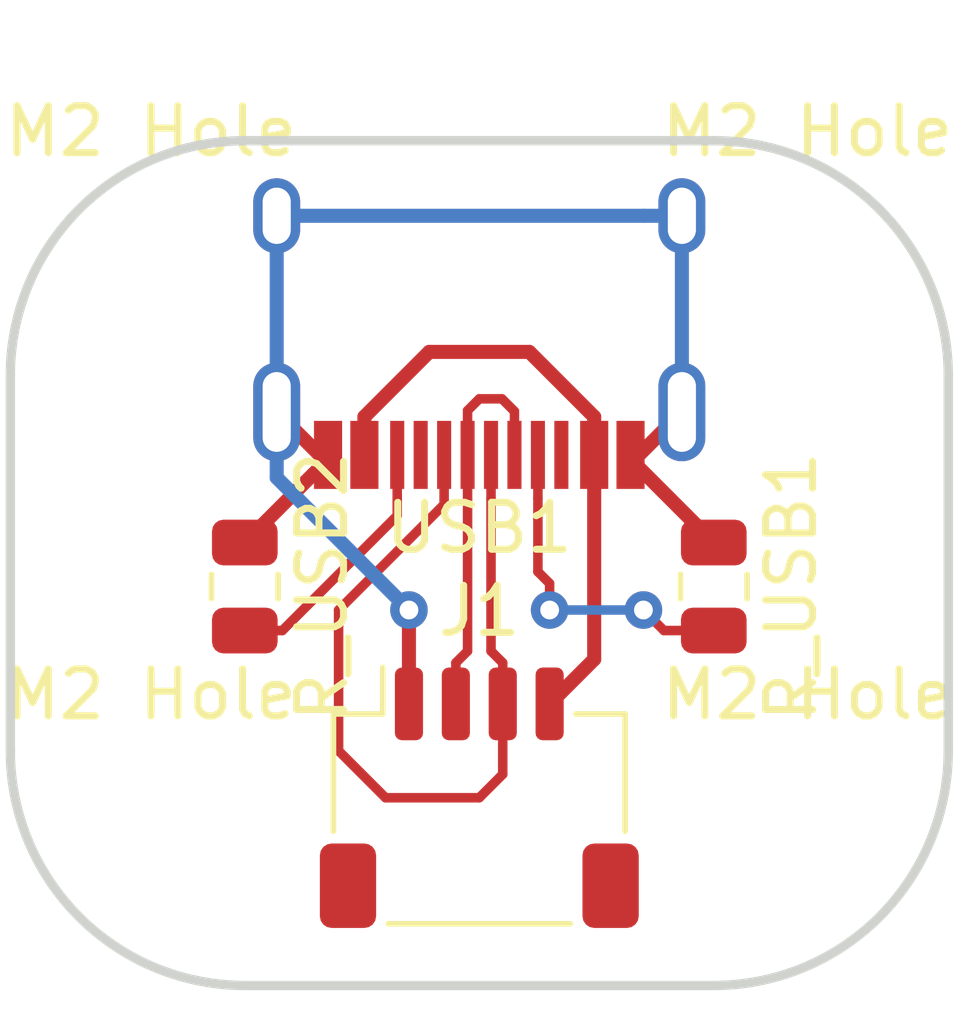
<source format=kicad_pcb>
(kicad_pcb (version 20171130) (host pcbnew "(5.0.2)-1")

  (general
    (thickness 1.6)
    (drawings 8)
    (tracks 56)
    (zones 0)
    (modules 8)
    (nets 9)
  )

  (page A4)
  (layers
    (0 F.Cu signal)
    (31 B.Cu signal)
    (32 B.Adhes user)
    (33 F.Adhes user)
    (34 B.Paste user)
    (35 F.Paste user)
    (36 B.SilkS user)
    (37 F.SilkS user)
    (38 B.Mask user)
    (39 F.Mask user)
    (40 Dwgs.User user)
    (41 Cmts.User user)
    (42 Eco1.User user)
    (43 Eco2.User user)
    (44 Edge.Cuts user)
    (45 Margin user)
    (46 B.CrtYd user)
    (47 F.CrtYd user)
    (48 B.Fab user)
    (49 F.Fab user)
  )

  (setup
    (last_trace_width 0.25)
    (trace_clearance 0.2)
    (zone_clearance 0.508)
    (zone_45_only no)
    (trace_min 0.2)
    (segment_width 0.2)
    (edge_width 0.15)
    (via_size 0.8)
    (via_drill 0.4)
    (via_min_size 0.4)
    (via_min_drill 0.3)
    (uvia_size 0.3)
    (uvia_drill 0.1)
    (uvias_allowed no)
    (uvia_min_size 0.2)
    (uvia_min_drill 0.1)
    (pcb_text_width 0.3)
    (pcb_text_size 1.5 1.5)
    (mod_edge_width 0.15)
    (mod_text_size 1 1)
    (mod_text_width 0.15)
    (pad_size 1.524 1.524)
    (pad_drill 0.762)
    (pad_to_mask_clearance 0.051)
    (solder_mask_min_width 0.25)
    (aux_axis_origin 0 0)
    (visible_elements FFFFFF7F)
    (pcbplotparams
      (layerselection 0x010fc_ffffffff)
      (usegerberextensions true)
      (usegerberattributes false)
      (usegerberadvancedattributes false)
      (creategerberjobfile false)
      (excludeedgelayer true)
      (linewidth 0.100000)
      (plotframeref false)
      (viasonmask false)
      (mode 1)
      (useauxorigin false)
      (hpglpennumber 1)
      (hpglpenspeed 20)
      (hpglpendiameter 15.000000)
      (psnegative false)
      (psa4output false)
      (plotreference true)
      (plotvalue true)
      (plotinvisibletext false)
      (padsonsilk false)
      (subtractmaskfromsilk false)
      (outputformat 1)
      (mirror false)
      (drillshape 0)
      (scaleselection 1)
      (outputdirectory "gerbers/"))
  )

  (net 0 "")
  (net 1 GND)
  (net 2 "Net-(J1-Pad2)")
  (net 3 "Net-(J1-Pad3)")
  (net 4 VCC)
  (net 5 "Net-(R_USB1-Pad2)")
  (net 6 "Net-(R_USB2-Pad2)")
  (net 7 "Net-(USB1-Pad9)")
  (net 8 "Net-(USB1-Pad3)")

  (net_class Default "This is the default net class."
    (clearance 0.2)
    (trace_width 0.25)
    (via_dia 0.8)
    (via_drill 0.4)
    (uvia_dia 0.3)
    (uvia_drill 0.1)
  )

  (net_class "elecrow min rec" ""
    (clearance 0.2032)
    (trace_width 0.2032)
    (via_dia 0.8)
    (via_drill 0.4)
    (uvia_dia 0.3)
    (uvia_drill 0.1)
    (diff_pair_gap 0.254)
    (diff_pair_width 0.2032)
    (add_net "Net-(J1-Pad2)")
    (add_net "Net-(J1-Pad3)")
    (add_net "Net-(R_USB1-Pad2)")
    (add_net "Net-(R_USB2-Pad2)")
    (add_net "Net-(USB1-Pad3)")
    (add_net "Net-(USB1-Pad9)")
  )

  (net_class power ""
    (clearance 0.25)
    (trace_width 0.3)
    (via_dia 0.8)
    (via_drill 0.4)
    (uvia_dia 0.3)
    (uvia_drill 0.1)
    (diff_pair_gap 0.4)
    (diff_pair_width 0.3)
    (add_net GND)
    (add_net VCC)
  )

  (module MountingHole:MountingHole_2.2mm_M2 (layer F.Cu) (tedit 5C9F38A8) (tstamp 5CB5A4D9)
    (at 3 15)
    (descr "Mounting Hole 2.2mm, no annular, M2")
    (tags "mounting hole 2.2mm no annular m2")
    (attr virtual)
    (fp_text reference "M2 Hole" (at 0 -3.2) (layer F.SilkS)
      (effects (font (size 1 1) (thickness 0.15)))
    )
    (fp_text value MountingHole_2.2mm_M2 (at 0 3.2) (layer F.Fab) hide
      (effects (font (size 1 1) (thickness 0.15)))
    )
    (fp_text user %R (at 0.3 0) (layer F.Fab)
      (effects (font (size 1 1) (thickness 0.15)))
    )
    (fp_circle (center 0 0) (end 2.2 0) (layer Cmts.User) (width 0.15))
    (fp_circle (center 0 0) (end 2.45 0) (layer F.CrtYd) (width 0.05))
    (pad 1 np_thru_hole circle (at 0 0) (size 2.2 2.2) (drill 2.2) (layers *.Cu *.Mask))
  )

  (module MountingHole:MountingHole_2.2mm_M2 (layer F.Cu) (tedit 5C9F38A8) (tstamp 5CB5A4CB)
    (at 17 15)
    (descr "Mounting Hole 2.2mm, no annular, M2")
    (tags "mounting hole 2.2mm no annular m2")
    (attr virtual)
    (fp_text reference "M2 Hole" (at 0 -3.2) (layer F.SilkS)
      (effects (font (size 1 1) (thickness 0.15)))
    )
    (fp_text value MountingHole_2.2mm_M2 (at 0 3.2) (layer F.Fab) hide
      (effects (font (size 1 1) (thickness 0.15)))
    )
    (fp_circle (center 0 0) (end 2.45 0) (layer F.CrtYd) (width 0.05))
    (fp_circle (center 0 0) (end 2.2 0) (layer Cmts.User) (width 0.15))
    (fp_text user %R (at 0.3 0) (layer F.Fab)
      (effects (font (size 1 1) (thickness 0.15)))
    )
    (pad 1 np_thru_hole circle (at 0 0) (size 2.2 2.2) (drill 2.2) (layers *.Cu *.Mask))
  )

  (module MountingHole:MountingHole_2.2mm_M2 (layer F.Cu) (tedit 5C9F38A8) (tstamp 5CB5A4BD)
    (at 17 3)
    (descr "Mounting Hole 2.2mm, no annular, M2")
    (tags "mounting hole 2.2mm no annular m2")
    (attr virtual)
    (fp_text reference "M2 Hole" (at 0 -3.2) (layer F.SilkS)
      (effects (font (size 1 1) (thickness 0.15)))
    )
    (fp_text value MountingHole_2.2mm_M2 (at 0 3.2) (layer F.Fab) hide
      (effects (font (size 1 1) (thickness 0.15)))
    )
    (fp_text user %R (at 0.3 0) (layer F.Fab)
      (effects (font (size 1 1) (thickness 0.15)))
    )
    (fp_circle (center 0 0) (end 2.2 0) (layer Cmts.User) (width 0.15))
    (fp_circle (center 0 0) (end 2.45 0) (layer F.CrtYd) (width 0.05))
    (pad 1 np_thru_hole circle (at 0 0) (size 2.2 2.2) (drill 2.2) (layers *.Cu *.Mask))
  )

  (module Connector_JST:JST_SH_SM04B-SRSS-TB_1x04-1MP_P1.00mm_Horizontal (layer F.Cu) (tedit 5B78AD87) (tstamp 5CB597FC)
    (at 10 14)
    (descr "JST SH series connector, SM04B-SRSS-TB (http://www.jst-mfg.com/product/pdf/eng/eSH.pdf), generated with kicad-footprint-generator")
    (tags "connector JST SH top entry")
    (path /5C9F357E)
    (attr smd)
    (fp_text reference J1 (at 0 -3.98) (layer F.SilkS)
      (effects (font (size 1 1) (thickness 0.15)))
    )
    (fp_text value Conn_01x04 (at 0 3.98) (layer F.Fab)
      (effects (font (size 1 1) (thickness 0.15)))
    )
    (fp_line (start -3 -1.675) (end 3 -1.675) (layer F.Fab) (width 0.1))
    (fp_line (start -3.11 0.715) (end -3.11 -1.785) (layer F.SilkS) (width 0.12))
    (fp_line (start -3.11 -1.785) (end -2.06 -1.785) (layer F.SilkS) (width 0.12))
    (fp_line (start -2.06 -1.785) (end -2.06 -2.775) (layer F.SilkS) (width 0.12))
    (fp_line (start 3.11 0.715) (end 3.11 -1.785) (layer F.SilkS) (width 0.12))
    (fp_line (start 3.11 -1.785) (end 2.06 -1.785) (layer F.SilkS) (width 0.12))
    (fp_line (start -1.94 2.685) (end 1.94 2.685) (layer F.SilkS) (width 0.12))
    (fp_line (start -3 2.575) (end 3 2.575) (layer F.Fab) (width 0.1))
    (fp_line (start -3 -1.675) (end -3 2.575) (layer F.Fab) (width 0.1))
    (fp_line (start 3 -1.675) (end 3 2.575) (layer F.Fab) (width 0.1))
    (fp_line (start -3.9 -3.28) (end -3.9 3.28) (layer F.CrtYd) (width 0.05))
    (fp_line (start -3.9 3.28) (end 3.9 3.28) (layer F.CrtYd) (width 0.05))
    (fp_line (start 3.9 3.28) (end 3.9 -3.28) (layer F.CrtYd) (width 0.05))
    (fp_line (start 3.9 -3.28) (end -3.9 -3.28) (layer F.CrtYd) (width 0.05))
    (fp_line (start -2 -1.675) (end -1.5 -0.967893) (layer F.Fab) (width 0.1))
    (fp_line (start -1.5 -0.967893) (end -1 -1.675) (layer F.Fab) (width 0.1))
    (fp_text user %R (at 0 0) (layer F.Fab)
      (effects (font (size 1 1) (thickness 0.15)))
    )
    (pad 1 smd roundrect (at -1.5 -2) (size 0.6 1.55) (layers F.Cu F.Paste F.Mask) (roundrect_rratio 0.25)
      (net 1 GND))
    (pad 2 smd roundrect (at -0.5 -2) (size 0.6 1.55) (layers F.Cu F.Paste F.Mask) (roundrect_rratio 0.25)
      (net 2 "Net-(J1-Pad2)"))
    (pad 3 smd roundrect (at 0.5 -2) (size 0.6 1.55) (layers F.Cu F.Paste F.Mask) (roundrect_rratio 0.25)
      (net 3 "Net-(J1-Pad3)"))
    (pad 4 smd roundrect (at 1.5 -2) (size 0.6 1.55) (layers F.Cu F.Paste F.Mask) (roundrect_rratio 0.25)
      (net 4 VCC))
    (pad MP smd roundrect (at -2.8 1.875) (size 1.2 1.8) (layers F.Cu F.Paste F.Mask) (roundrect_rratio 0.208333))
    (pad MP smd roundrect (at 2.8 1.875) (size 1.2 1.8) (layers F.Cu F.Paste F.Mask) (roundrect_rratio 0.208333))
    (model ${KISYS3DMOD}/Connector_JST.3dshapes/JST_SH_SM04B-SRSS-TB_1x04-1MP_P1.00mm_Horizontal.wrl
      (at (xyz 0 0 0))
      (scale (xyz 1 1 1))
      (rotate (xyz 0 0 0))
    )
  )

  (module Resistor_SMD:R_0805_2012Metric (layer F.Cu) (tedit 5B36C52B) (tstamp 5CB5980D)
    (at 15 9.5 270)
    (descr "Resistor SMD 0805 (2012 Metric), square (rectangular) end terminal, IPC_7351 nominal, (Body size source: https://docs.google.com/spreadsheets/d/1BsfQQcO9C6DZCsRaXUlFlo91Tg2WpOkGARC1WS5S8t0/edit?usp=sharing), generated with kicad-footprint-generator")
    (tags resistor)
    (path /5C9F39A7)
    (attr smd)
    (fp_text reference R_USB1 (at 0 -1.65 270) (layer F.SilkS)
      (effects (font (size 1 1) (thickness 0.15)))
    )
    (fp_text value 5.1K (at 0 1.65 270) (layer F.Fab)
      (effects (font (size 1 1) (thickness 0.15)))
    )
    (fp_text user %R (at 0 0 270) (layer F.Fab)
      (effects (font (size 0.5 0.5) (thickness 0.08)))
    )
    (fp_line (start 1.68 0.95) (end -1.68 0.95) (layer F.CrtYd) (width 0.05))
    (fp_line (start 1.68 -0.95) (end 1.68 0.95) (layer F.CrtYd) (width 0.05))
    (fp_line (start -1.68 -0.95) (end 1.68 -0.95) (layer F.CrtYd) (width 0.05))
    (fp_line (start -1.68 0.95) (end -1.68 -0.95) (layer F.CrtYd) (width 0.05))
    (fp_line (start -0.258578 0.71) (end 0.258578 0.71) (layer F.SilkS) (width 0.12))
    (fp_line (start -0.258578 -0.71) (end 0.258578 -0.71) (layer F.SilkS) (width 0.12))
    (fp_line (start 1 0.6) (end -1 0.6) (layer F.Fab) (width 0.1))
    (fp_line (start 1 -0.6) (end 1 0.6) (layer F.Fab) (width 0.1))
    (fp_line (start -1 -0.6) (end 1 -0.6) (layer F.Fab) (width 0.1))
    (fp_line (start -1 0.6) (end -1 -0.6) (layer F.Fab) (width 0.1))
    (pad 2 smd roundrect (at 0.9375 0 270) (size 0.975 1.4) (layers F.Cu F.Paste F.Mask) (roundrect_rratio 0.25)
      (net 5 "Net-(R_USB1-Pad2)"))
    (pad 1 smd roundrect (at -0.9375 0 270) (size 0.975 1.4) (layers F.Cu F.Paste F.Mask) (roundrect_rratio 0.25)
      (net 1 GND))
    (model ${KISYS3DMOD}/Resistor_SMD.3dshapes/R_0805_2012Metric.wrl
      (at (xyz 0 0 0))
      (scale (xyz 1 1 1))
      (rotate (xyz 0 0 0))
    )
  )

  (module Resistor_SMD:R_0805_2012Metric (layer F.Cu) (tedit 5B36C52B) (tstamp 5CB5981E)
    (at 5 9.5 270)
    (descr "Resistor SMD 0805 (2012 Metric), square (rectangular) end terminal, IPC_7351 nominal, (Body size source: https://docs.google.com/spreadsheets/d/1BsfQQcO9C6DZCsRaXUlFlo91Tg2WpOkGARC1WS5S8t0/edit?usp=sharing), generated with kicad-footprint-generator")
    (tags resistor)
    (path /5C9F3F4F)
    (attr smd)
    (fp_text reference R_USB2 (at 0 -1.65 270) (layer F.SilkS)
      (effects (font (size 1 1) (thickness 0.15)))
    )
    (fp_text value 5.1K (at 0 1.65 270) (layer F.Fab)
      (effects (font (size 1 1) (thickness 0.15)))
    )
    (fp_line (start -1 0.6) (end -1 -0.6) (layer F.Fab) (width 0.1))
    (fp_line (start -1 -0.6) (end 1 -0.6) (layer F.Fab) (width 0.1))
    (fp_line (start 1 -0.6) (end 1 0.6) (layer F.Fab) (width 0.1))
    (fp_line (start 1 0.6) (end -1 0.6) (layer F.Fab) (width 0.1))
    (fp_line (start -0.258578 -0.71) (end 0.258578 -0.71) (layer F.SilkS) (width 0.12))
    (fp_line (start -0.258578 0.71) (end 0.258578 0.71) (layer F.SilkS) (width 0.12))
    (fp_line (start -1.68 0.95) (end -1.68 -0.95) (layer F.CrtYd) (width 0.05))
    (fp_line (start -1.68 -0.95) (end 1.68 -0.95) (layer F.CrtYd) (width 0.05))
    (fp_line (start 1.68 -0.95) (end 1.68 0.95) (layer F.CrtYd) (width 0.05))
    (fp_line (start 1.68 0.95) (end -1.68 0.95) (layer F.CrtYd) (width 0.05))
    (fp_text user %R (at 0 0 270) (layer F.Fab)
      (effects (font (size 0.5 0.5) (thickness 0.08)))
    )
    (pad 1 smd roundrect (at -0.9375 0 270) (size 0.975 1.4) (layers F.Cu F.Paste F.Mask) (roundrect_rratio 0.25)
      (net 1 GND))
    (pad 2 smd roundrect (at 0.9375 0 270) (size 0.975 1.4) (layers F.Cu F.Paste F.Mask) (roundrect_rratio 0.25)
      (net 6 "Net-(R_USB2-Pad2)"))
    (model ${KISYS3DMOD}/Resistor_SMD.3dshapes/R_0805_2012Metric.wrl
      (at (xyz 0 0 0))
      (scale (xyz 1 1 1))
      (rotate (xyz 0 0 0))
    )
  )

  (module Type-C:HRO-TYPE-C-31-M-12-Assembly (layer F.Cu) (tedit 5B968BF6) (tstamp 5CB59840)
    (at 10 -1 180)
    (path /5C9F34B7)
    (fp_text reference USB1 (at 0 -9.25 180) (layer F.SilkS)
      (effects (font (size 1 1) (thickness 0.15)))
    )
    (fp_text value HRO-TYPE-C-31-M-12 (at 0 1.15 180) (layer Dwgs.User)
      (effects (font (size 1 1) (thickness 0.15)))
    )
    (fp_line (start -4.47 -7.3) (end 4.47 -7.3) (layer Dwgs.User) (width 0.15))
    (fp_line (start 4.47 0) (end 4.47 -7.3) (layer Dwgs.User) (width 0.15))
    (fp_line (start -4.47 0) (end -4.47 -7.3) (layer Dwgs.User) (width 0.15))
    (fp_line (start -4.47 0) (end 4.47 0) (layer Dwgs.User) (width 0.15))
    (fp_text user %R (at 0 -9.25 180) (layer F.Fab)
      (effects (font (size 1 1) (thickness 0.15)))
    )
    (fp_line (start -4.5 -7.5) (end 4.5 -7.5) (layer F.CrtYd) (width 0.15))
    (fp_line (start 4.5 -7.5) (end 4.5 0) (layer F.CrtYd) (width 0.15))
    (fp_line (start 4.5 0) (end -4.5 0) (layer F.CrtYd) (width 0.15))
    (fp_line (start -4.5 0) (end -4.5 -7.5) (layer F.CrtYd) (width 0.15))
    (fp_line (start -3.75 -7.5) (end -3.75 -8.5) (layer F.CrtYd) (width 0.15))
    (fp_line (start -3.75 -8.5) (end 3.75 -8.5) (layer F.CrtYd) (width 0.15))
    (fp_line (start 3.75 -8.5) (end 3.75 -7.5) (layer F.CrtYd) (width 0.15))
    (pad 13 thru_hole oval (at 4.32 -2.6 180) (size 1 1.6) (drill oval 0.6 1.2) (layers *.Cu *.Mask)
      (net 1 GND))
    (pad 13 thru_hole oval (at -4.32 -2.6 180) (size 1 1.6) (drill oval 0.6 1.2) (layers *.Cu *.Mask)
      (net 1 GND))
    (pad 13 thru_hole oval (at 4.32 -6.78 180) (size 1 2.1) (drill oval 0.6 1.7) (layers *.Cu *.Mask)
      (net 1 GND))
    (pad 13 thru_hole oval (at -4.32 -6.78 180) (size 1 2.1) (drill oval 0.6 1.7) (layers *.Cu *.Mask)
      (net 1 GND))
    (pad "" np_thru_hole circle (at -2.89 -6.25 180) (size 0.65 0.65) (drill 0.65) (layers *.Cu *.Mask))
    (pad "" np_thru_hole circle (at 2.89 -6.25 180) (size 0.65 0.65) (drill 0.65) (layers *.Cu *.Mask))
    (pad 6 smd rect (at -0.25 -7.695 180) (size 0.3 1.45) (layers F.Cu F.Paste F.Mask)
      (net 3 "Net-(J1-Pad3)"))
    (pad 7 smd rect (at 0.25 -7.695 180) (size 0.3 1.45) (layers F.Cu F.Paste F.Mask)
      (net 2 "Net-(J1-Pad2)"))
    (pad 8 smd rect (at 0.75 -7.695 180) (size 0.3 1.45) (layers F.Cu F.Paste F.Mask)
      (net 3 "Net-(J1-Pad3)"))
    (pad 5 smd rect (at -0.75 -7.695 180) (size 0.3 1.45) (layers F.Cu F.Paste F.Mask)
      (net 2 "Net-(J1-Pad2)"))
    (pad 9 smd rect (at 1.25 -7.695 180) (size 0.3 1.45) (layers F.Cu F.Paste F.Mask)
      (net 7 "Net-(USB1-Pad9)"))
    (pad 4 smd rect (at -1.25 -7.695 180) (size 0.3 1.45) (layers F.Cu F.Paste F.Mask)
      (net 5 "Net-(R_USB1-Pad2)"))
    (pad 10 smd rect (at 1.75 -7.695 180) (size 0.3 1.45) (layers F.Cu F.Paste F.Mask)
      (net 6 "Net-(R_USB2-Pad2)"))
    (pad 3 smd rect (at -1.75 -7.695 180) (size 0.3 1.45) (layers F.Cu F.Paste F.Mask)
      (net 8 "Net-(USB1-Pad3)"))
    (pad 2 smd rect (at -2.45 -7.695 180) (size 0.6 1.45) (layers F.Cu F.Paste F.Mask)
      (net 4 VCC))
    (pad 11 smd rect (at 2.45 -7.695 180) (size 0.6 1.45) (layers F.Cu F.Paste F.Mask)
      (net 4 VCC))
    (pad 1 smd rect (at -3.225 -7.695 180) (size 0.6 1.45) (layers F.Cu F.Paste F.Mask)
      (net 1 GND))
    (pad 12 smd rect (at 3.225 -7.695 180) (size 0.6 1.45) (layers F.Cu F.Paste F.Mask)
      (net 1 GND))
  )

  (module MountingHole:MountingHole_2.2mm_M2 (layer F.Cu) (tedit 5C9F38A8) (tstamp 5CB5A4A7)
    (at 3 3)
    (descr "Mounting Hole 2.2mm, no annular, M2")
    (tags "mounting hole 2.2mm no annular m2")
    (attr virtual)
    (fp_text reference "M2 Hole" (at 0 -3.2) (layer F.SilkS)
      (effects (font (size 1 1) (thickness 0.15)))
    )
    (fp_text value MountingHole_2.2mm_M2 (at 0 3.2) (layer F.Fab) hide
      (effects (font (size 1 1) (thickness 0.15)))
    )
    (fp_circle (center 0 0) (end 2.45 0) (layer F.CrtYd) (width 0.05))
    (fp_circle (center 0 0) (end 2.2 0) (layer Cmts.User) (width 0.15))
    (fp_text user %R (at 0.3 0) (layer F.Fab)
      (effects (font (size 1 1) (thickness 0.15)))
    )
    (pad 1 np_thru_hole circle (at 0 0) (size 2.2 2.2) (drill 2.2) (layers *.Cu *.Mask))
  )

  (gr_line (start 0 13) (end 0 5) (layer Edge.Cuts) (width 0.2))
  (gr_line (start 15 18) (end 5 18) (layer Edge.Cuts) (width 0.2))
  (gr_line (start 20 5) (end 20 13) (layer Edge.Cuts) (width 0.2))
  (gr_line (start 5 0) (end 15 0) (layer Edge.Cuts) (width 0.2))
  (gr_arc (start 5 13) (end 0 13) (angle -90) (layer Edge.Cuts) (width 0.2))
  (gr_arc (start 15 13) (end 15 18) (angle -90) (layer Edge.Cuts) (width 0.2))
  (gr_arc (start 15 5) (end 20 5) (angle -90) (layer Edge.Cuts) (width 0.2))
  (gr_arc (start 5 5) (end 5 0) (angle -90) (layer Edge.Cuts) (width 0.2))

  (via (at 8.5 10) (size 0.8) (drill 0.4) (layers F.Cu B.Cu) (net 1))
  (segment (start 5.68 5.78) (end 5.68 7.18) (width 0.3) (layer B.Cu) (net 1))
  (segment (start 5.68 7.18) (end 8.5 10) (width 0.3) (layer B.Cu) (net 1))
  (segment (start 8.5 10) (end 8.5 12) (width 0.3) (layer F.Cu) (net 1))
  (segment (start 6.595 6.695) (end 5.68 5.78) (width 0.3) (layer F.Cu) (net 1))
  (segment (start 6.775 6.695) (end 6.595 6.695) (width 0.3) (layer F.Cu) (net 1))
  (segment (start 13.405 6.695) (end 14.32 5.78) (width 0.3) (layer F.Cu) (net 1))
  (segment (start 13.225 6.695) (end 13.405 6.695) (width 0.3) (layer F.Cu) (net 1))
  (segment (start 14.32 5.78) (end 14.32 1.6) (width 0.3) (layer B.Cu) (net 1))
  (segment (start 13.52 1.6) (end 5.68 1.6) (width 0.3) (layer B.Cu) (net 1))
  (segment (start 14.32 1.6) (end 13.52 1.6) (width 0.3) (layer B.Cu) (net 1))
  (segment (start 5.68 1.6) (end 5.68 5.78) (width 0.3) (layer B.Cu) (net 1))
  (segment (start 6.775 6.7875) (end 5 8.5625) (width 0.3) (layer F.Cu) (net 1))
  (segment (start 6.775 6.695) (end 6.775 6.7875) (width 0.3) (layer F.Cu) (net 1))
  (segment (start 13.225 6.7875) (end 15 8.5625) (width 0.3) (layer F.Cu) (net 1))
  (segment (start 13.225 6.695) (end 13.225 6.7875) (width 0.3) (layer F.Cu) (net 1))
  (segment (start 9.75 7.6232) (end 9.75 6.695) (width 0.2032) (layer F.Cu) (net 2))
  (segment (start 9.75 10.875) (end 9.75 7.6232) (width 0.2032) (layer F.Cu) (net 2))
  (segment (start 9.5 11.125) (end 9.75 10.875) (width 0.2032) (layer F.Cu) (net 2))
  (segment (start 9.5 12) (end 9.5 11.125) (width 0.2032) (layer F.Cu) (net 2))
  (segment (start 9.75 6.695) (end 9.75 5.75) (width 0.2032) (layer F.Cu) (net 2))
  (segment (start 9.75 5.75) (end 10 5.5) (width 0.2032) (layer F.Cu) (net 2))
  (segment (start 10.75 5.7668) (end 10.75 6.695) (width 0.2032) (layer F.Cu) (net 2))
  (segment (start 10.4832 5.5) (end 10.75 5.7668) (width 0.2032) (layer F.Cu) (net 2))
  (segment (start 10 5.5) (end 10.4832 5.5) (width 0.2032) (layer F.Cu) (net 2))
  (segment (start 10.25 7.6232) (end 10.25 6.695) (width 0.2032) (layer F.Cu) (net 3))
  (segment (start 10.25 10.875) (end 10.25 7.6232) (width 0.2032) (layer F.Cu) (net 3))
  (segment (start 10.5 11.125) (end 10.25 10.875) (width 0.2032) (layer F.Cu) (net 3))
  (segment (start 10.5 12) (end 10.5 11.125) (width 0.2032) (layer F.Cu) (net 3))
  (segment (start 10.5 12) (end 10.5 13.5) (width 0.2032) (layer F.Cu) (net 3))
  (segment (start 10.5 13.5) (end 10 14) (width 0.2032) (layer F.Cu) (net 3))
  (segment (start 10 14) (end 8 14) (width 0.2032) (layer F.Cu) (net 3))
  (segment (start 8 14) (end 7 13) (width 0.2032) (layer F.Cu) (net 3))
  (segment (start 7 13) (end 7 10) (width 0.2032) (layer F.Cu) (net 3))
  (segment (start 9.25 7.75) (end 9.25 6.695) (width 0.2032) (layer F.Cu) (net 3))
  (segment (start 7 10) (end 9.25 7.75) (width 0.2032) (layer F.Cu) (net 3))
  (segment (start 12.45 11.05) (end 12.45 6.695) (width 0.3) (layer F.Cu) (net 4))
  (segment (start 11.5 12) (end 12.45 11.05) (width 0.3) (layer F.Cu) (net 4))
  (segment (start 12.45 5.883002) (end 11.066998 4.5) (width 0.3) (layer F.Cu) (net 4))
  (segment (start 12.45 6.695) (end 12.45 5.883002) (width 0.3) (layer F.Cu) (net 4))
  (segment (start 7.55 5.883002) (end 7.55 6.695) (width 0.3) (layer F.Cu) (net 4))
  (segment (start 8.933002 4.5) (end 7.55 5.883002) (width 0.3) (layer F.Cu) (net 4))
  (segment (start 11.066998 4.5) (end 8.933002 4.5) (width 0.3) (layer F.Cu) (net 4))
  (via (at 13.5 10) (size 0.8) (drill 0.4) (layers F.Cu B.Cu) (net 5))
  (segment (start 15 10.4375) (end 13.9375 10.4375) (width 0.2032) (layer F.Cu) (net 5))
  (segment (start 13.9375 10.4375) (end 13.5 10) (width 0.2032) (layer F.Cu) (net 5))
  (via (at 11.5 10) (size 0.8) (drill 0.4) (layers F.Cu B.Cu) (net 5))
  (segment (start 13.5 10) (end 11.5 10) (width 0.2032) (layer B.Cu) (net 5))
  (segment (start 11.25 7.6232) (end 11.25 6.695) (width 0.2032) (layer F.Cu) (net 5))
  (segment (start 11.25 9.184315) (end 11.25 7.6232) (width 0.2032) (layer F.Cu) (net 5))
  (segment (start 11.5 9.434315) (end 11.25 9.184315) (width 0.2032) (layer F.Cu) (net 5))
  (segment (start 11.5 10) (end 11.5 9.434315) (width 0.2032) (layer F.Cu) (net 5))
  (segment (start 8.25 7.6232) (end 8.25 6.695) (width 0.2032) (layer F.Cu) (net 6))
  (segment (start 8.25 7.9875) (end 8.25 7.6232) (width 0.2032) (layer F.Cu) (net 6))
  (segment (start 5.8 10.4375) (end 8.25 7.9875) (width 0.2032) (layer F.Cu) (net 6))
  (segment (start 5 10.4375) (end 5.8 10.4375) (width 0.2032) (layer F.Cu) (net 6))

)

</source>
